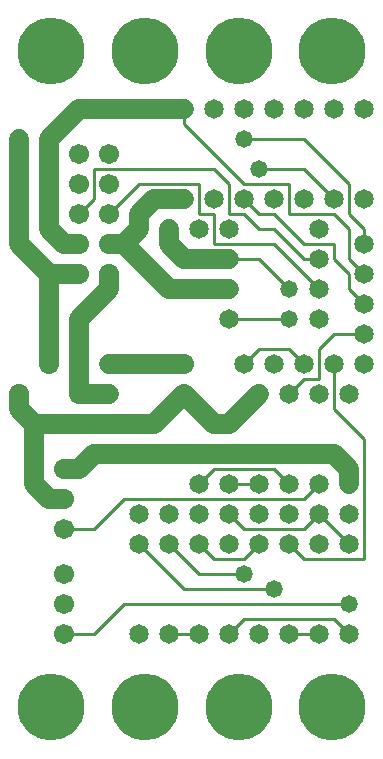
<source format=gbl>
%MOIN*%
%FSLAX25Y25*%
G04 D10 used for Character Trace; *
G04     Circle (OD=.01000) (No hole)*
G04 D11 used for Power Trace; *
G04     Circle (OD=.06500) (No hole)*
G04 D12 used for Signal Trace; *
G04     Circle (OD=.01100) (No hole)*
G04 D13 used for Via; *
G04     Circle (OD=.05800) (Round. Hole ID=.02800)*
G04 D14 used for Component hole; *
G04     Circle (OD=.06500) (Round. Hole ID=.03500)*
G04 D15 used for Component hole; *
G04     Circle (OD=.06700) (Round. Hole ID=.04300)*
G04 D16 used for Component hole; *
G04     Circle (OD=.08100) (Round. Hole ID=.05100)*
G04 D17 used for Component hole; *
G04     Circle (OD=.08900) (Round. Hole ID=.05900)*
G04 D18 used for Component hole; *
G04     Circle (OD=.11300) (Round. Hole ID=.08300)*
G04 D19 used for Component hole; *
G04     Circle (OD=.16000) (Round. Hole ID=.13000)*
G04 D20 used for Component hole; *
G04     Circle (OD=.18300) (Round. Hole ID=.15300)*
G04 D21 used for Component hole; *
G04     Circle (OD=.22291) (Round. Hole ID=.19291)*
%ADD10C,.01000*%
%ADD11C,.06500*%
%ADD12C,.01100*%
%ADD13C,.05800*%
%ADD14C,.06500*%
%ADD15C,.06700*%
%ADD16C,.08100*%
%ADD17C,.08900*%
%ADD18C,.11300*%
%ADD19C,.16000*%
%ADD20C,.18300*%
%ADD21C,.22291*%
%IPPOS*%
%LPD*%
G90*X0Y0D02*D21*X15625Y15625D03*D12*              
X20000Y40000D02*X30000D01*D15*X20000D03*D12*      
X30000D02*X40000Y50000D01*X115000D01*D13*D03*D12* 
Y40000D02*X110000Y45000D01*D14*X115000Y40000D03*  
D12*X80000Y45000D02*X110000D01*X75000Y40000D02*   
X80000Y45000D01*D14*X75000Y40000D03*X85000D03*    
X65000D03*D12*X55000D01*D14*D03*X45000D03*D12*    
X60000Y55000D02*X90000D01*D13*D03*D12*            
X100000Y65000D02*X120000D01*Y105000D01*           
X110000Y115000D01*Y130000D01*D14*D03*D12*         
X105000Y125000D02*Y135000D01*X100000Y125000D02*   
X105000D01*X95000Y120000D02*X100000Y125000D01*D14*
X95000Y120000D03*X100000Y130000D03*D12*           
X95000Y135000D01*X85000D01*X80000Y130000D01*D14*  
D03*X90000D03*X85000Y120000D03*D11*               
X75000Y110000D01*D14*D03*D11*X70000D01*           
X60000Y120000D01*D15*D03*D11*X50000Y110000D01*    
X10000D01*Y90000D01*X15000Y85000D01*X20000D01*D15*
D03*D12*Y75000D02*X30000D01*D15*X20000D03*D12*    
X30000D02*X40000Y85000D01*X100000D01*             
X105000Y90000D01*D14*D03*X115000Y80000D03*        
X95000D03*D11*X115000Y95000D02*X110000Y100000D01* 
X115000Y90000D02*Y95000D01*D14*Y90000D03*         
X105000Y80000D03*D12*X115000Y70000D01*D14*D03*D12*
X100000Y75000D02*X105000Y80000D01*X80000Y75000D02*
X100000D01*X80000D02*X75000Y80000D01*D14*D03*     
X85000Y70000D03*D12*X80000Y65000D01*X70000D01*    
X65000Y70000D01*D14*D03*X55000Y80000D03*          
X75000Y70000D03*X65000Y80000D03*X55000Y70000D03*  
D12*X65000Y60000D01*X80000D01*D13*D03*D14*        
X95000Y70000D03*D12*X100000Y65000D01*D14*         
X105000Y70000D03*X85000Y80000D03*X75000Y90000D03* 
D12*X85000D01*D14*D03*D12*X95000D02*              
X90000Y95000D01*D14*X95000Y90000D03*D12*          
X70000Y95000D02*X90000D01*X65000Y90000D02*        
X70000Y95000D01*D14*X65000Y90000D03*              
X75000Y100000D03*D11*X30000D01*X25000Y95000D01*   
X20000D01*D15*D03*D11*X10000Y110000D02*           
X5000Y115000D01*Y120000D01*D15*D03*               
X15000Y130000D03*D11*Y160000D01*X25000D01*D15*D03*
X35000Y170000D03*D11*X40000D01*X55000Y155000D01*  
X65000D01*D14*D03*D11*X75000D01*D14*D03*D12*      
X95000D02*X85000Y165000D01*D13*X95000Y155000D03*  
D14*X105000Y145000D03*Y165000D03*D12*X100000D01*  
X90000Y175000D01*X85000D01*X80000Y180000D01*      
X75000D01*Y190000D01*X70000Y195000D01*X30000D01*  
Y185000D01*X25000Y180000D01*D15*D03*              
X35000Y190000D03*D11*X20000Y170000D02*X25000D01*  
D15*D03*D11*X20000D02*X15000Y175000D01*Y205000D01*
X25000Y215000D01*X60000D01*D14*D03*D12*Y210000D01*
X80000Y190000D01*X95000D01*Y180000D01*X110000D01* 
X115000Y175000D01*Y165000D01*X120000Y160000D01*   
D14*D03*D12*Y150000D02*X115000Y155000D01*D14*     
X120000Y150000D03*D12*X115000Y155000D02*          
Y160000D01*X110000Y165000D01*Y170000D01*          
X100000D01*X90000Y180000D01*X85000D01*            
X80000Y185000D01*D14*D03*D13*X85000Y195000D03*D12*
X100000D01*X110000Y185000D01*D14*D03*D12*         
X120000Y175000D02*X115000Y180000D01*              
X120000Y170000D02*Y175000D01*D14*Y170000D03*D12*  
X115000Y180000D02*Y190000D01*X100000Y205000D01*   
X80000D01*D13*D03*D14*X90000Y215000D03*X70000D03* 
X80000D03*D12*X65000Y180000D02*Y190000D01*        
Y180000D02*X70000D01*Y170000D01*X90000D01*        
X105000Y155000D01*D14*D03*D13*X95000Y145000D03*   
D12*X75000D01*D14*D03*D15*X60000Y130000D03*D11*   
X35000D01*D14*D03*D13*X25000Y140000D03*D11*       
Y120000D01*D15*D03*D11*X35000D01*D14*D03*D11*     
X25000Y140000D02*Y145000D01*X35000Y155000D01*     
Y160000D01*D15*D03*D11*X40000Y170000D02*          
X45000Y175000D01*Y180000D01*X50000Y185000D01*     
X60000D01*D14*D03*D12*X45000Y190000D02*X65000D01* 
X35000Y180000D02*X45000Y190000D01*D15*            
X35000Y180000D03*X25000Y190000D03*D11*            
X15000Y160000D02*X5000Y170000D01*Y205000D01*D13*  
D03*D15*X25000Y200000D03*D21*X15625Y234375D03*D15*
X35000Y200000D03*D21*X46875Y234375D03*D11*        
X60000Y165000D02*X55000Y170000D01*                
X60000Y165000D02*X65000D01*D14*D03*D11*X75000D01* 
D14*D03*D12*X85000D01*D14*X75000Y175000D03*       
X100000Y185000D03*X65000Y175000D03*               
X90000Y185000D03*X105000Y175000D03*               
X70000Y185000D03*D12*X105000Y135000D02*           
X110000Y140000D01*X120000D01*D14*D03*Y130000D03*  
X105000Y120000D03*X115000D03*D11*X75000Y100000D02*
X110000D01*D14*X45000Y70000D03*D12*               
X60000Y55000D01*D14*X45000Y80000D03*              
X95000Y40000D03*D12*X105000D01*D14*D03*D21*       
X78125Y15625D03*X109375D03*X46875D03*D15*         
X20000Y60000D03*Y50000D03*D11*X55000Y170000D02*   
Y175000D01*D14*D03*X100000Y215000D03*X110000D03*  
D21*X109375Y234375D03*X78125D03*D14*              
X120000Y185000D03*Y215000D03*M02*                 

</source>
